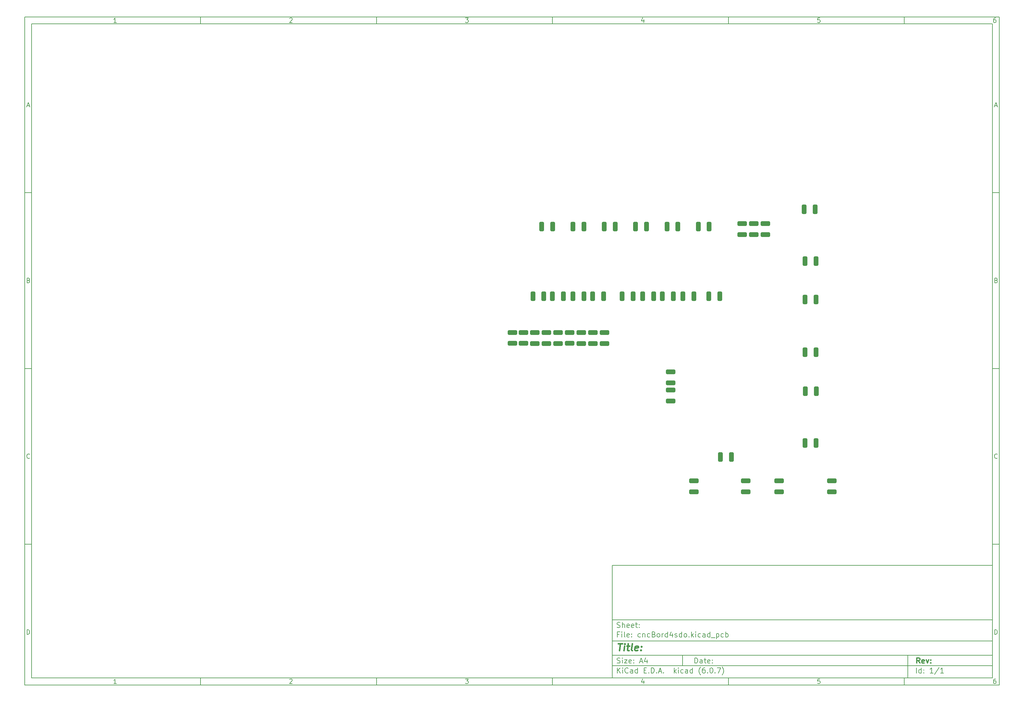
<source format=gtp>
G04 #@! TF.GenerationSoftware,KiCad,Pcbnew,(6.0.7)*
G04 #@! TF.CreationDate,2022-11-13T23:24:52+01:00*
G04 #@! TF.ProjectId,cncBord4sdo,636e6342-6f72-4643-9473-646f2e6b6963,rev?*
G04 #@! TF.SameCoordinates,Original*
G04 #@! TF.FileFunction,Paste,Top*
G04 #@! TF.FilePolarity,Positive*
%FSLAX46Y46*%
G04 Gerber Fmt 4.6, Leading zero omitted, Abs format (unit mm)*
G04 Created by KiCad (PCBNEW (6.0.7)) date 2022-11-13 23:24:52*
%MOMM*%
%LPD*%
G01*
G04 APERTURE LIST*
G04 Aperture macros list*
%AMRoundRect*
0 Rectangle with rounded corners*
0 $1 Rounding radius*
0 $2 $3 $4 $5 $6 $7 $8 $9 X,Y pos of 4 corners*
0 Add a 4 corners polygon primitive as box body*
4,1,4,$2,$3,$4,$5,$6,$7,$8,$9,$2,$3,0*
0 Add four circle primitives for the rounded corners*
1,1,$1+$1,$2,$3*
1,1,$1+$1,$4,$5*
1,1,$1+$1,$6,$7*
1,1,$1+$1,$8,$9*
0 Add four rect primitives between the rounded corners*
20,1,$1+$1,$2,$3,$4,$5,0*
20,1,$1+$1,$4,$5,$6,$7,0*
20,1,$1+$1,$6,$7,$8,$9,0*
20,1,$1+$1,$8,$9,$2,$3,0*%
G04 Aperture macros list end*
%ADD10C,0.100000*%
%ADD11C,0.150000*%
%ADD12C,0.300000*%
%ADD13C,0.400000*%
%ADD14RoundRect,0.250000X-1.075000X0.400000X-1.075000X-0.400000X1.075000X-0.400000X1.075000X0.400000X0*%
%ADD15RoundRect,0.250000X-0.400000X-1.075000X0.400000X-1.075000X0.400000X1.075000X-0.400000X1.075000X0*%
%ADD16RoundRect,0.250000X1.075000X-0.400000X1.075000X0.400000X-1.075000X0.400000X-1.075000X-0.400000X0*%
%ADD17RoundRect,0.250000X0.400000X1.075000X-0.400000X1.075000X-0.400000X-1.075000X0.400000X-1.075000X0*%
G04 APERTURE END LIST*
D10*
D11*
X177002200Y-166007200D02*
X177002200Y-198007200D01*
X285002200Y-198007200D01*
X285002200Y-166007200D01*
X177002200Y-166007200D01*
D10*
D11*
X10000000Y-10000000D02*
X10000000Y-200007200D01*
X287002200Y-200007200D01*
X287002200Y-10000000D01*
X10000000Y-10000000D01*
D10*
D11*
X12000000Y-12000000D02*
X12000000Y-198007200D01*
X285002200Y-198007200D01*
X285002200Y-12000000D01*
X12000000Y-12000000D01*
D10*
D11*
X60000000Y-12000000D02*
X60000000Y-10000000D01*
D10*
D11*
X110000000Y-12000000D02*
X110000000Y-10000000D01*
D10*
D11*
X160000000Y-12000000D02*
X160000000Y-10000000D01*
D10*
D11*
X210000000Y-12000000D02*
X210000000Y-10000000D01*
D10*
D11*
X260000000Y-12000000D02*
X260000000Y-10000000D01*
D10*
D11*
X36065476Y-11588095D02*
X35322619Y-11588095D01*
X35694047Y-11588095D02*
X35694047Y-10288095D01*
X35570238Y-10473809D01*
X35446428Y-10597619D01*
X35322619Y-10659523D01*
D10*
D11*
X85322619Y-10411904D02*
X85384523Y-10350000D01*
X85508333Y-10288095D01*
X85817857Y-10288095D01*
X85941666Y-10350000D01*
X86003571Y-10411904D01*
X86065476Y-10535714D01*
X86065476Y-10659523D01*
X86003571Y-10845238D01*
X85260714Y-11588095D01*
X86065476Y-11588095D01*
D10*
D11*
X135260714Y-10288095D02*
X136065476Y-10288095D01*
X135632142Y-10783333D01*
X135817857Y-10783333D01*
X135941666Y-10845238D01*
X136003571Y-10907142D01*
X136065476Y-11030952D01*
X136065476Y-11340476D01*
X136003571Y-11464285D01*
X135941666Y-11526190D01*
X135817857Y-11588095D01*
X135446428Y-11588095D01*
X135322619Y-11526190D01*
X135260714Y-11464285D01*
D10*
D11*
X185941666Y-10721428D02*
X185941666Y-11588095D01*
X185632142Y-10226190D02*
X185322619Y-11154761D01*
X186127380Y-11154761D01*
D10*
D11*
X236003571Y-10288095D02*
X235384523Y-10288095D01*
X235322619Y-10907142D01*
X235384523Y-10845238D01*
X235508333Y-10783333D01*
X235817857Y-10783333D01*
X235941666Y-10845238D01*
X236003571Y-10907142D01*
X236065476Y-11030952D01*
X236065476Y-11340476D01*
X236003571Y-11464285D01*
X235941666Y-11526190D01*
X235817857Y-11588095D01*
X235508333Y-11588095D01*
X235384523Y-11526190D01*
X235322619Y-11464285D01*
D10*
D11*
X285941666Y-10288095D02*
X285694047Y-10288095D01*
X285570238Y-10350000D01*
X285508333Y-10411904D01*
X285384523Y-10597619D01*
X285322619Y-10845238D01*
X285322619Y-11340476D01*
X285384523Y-11464285D01*
X285446428Y-11526190D01*
X285570238Y-11588095D01*
X285817857Y-11588095D01*
X285941666Y-11526190D01*
X286003571Y-11464285D01*
X286065476Y-11340476D01*
X286065476Y-11030952D01*
X286003571Y-10907142D01*
X285941666Y-10845238D01*
X285817857Y-10783333D01*
X285570238Y-10783333D01*
X285446428Y-10845238D01*
X285384523Y-10907142D01*
X285322619Y-11030952D01*
D10*
D11*
X60000000Y-198007200D02*
X60000000Y-200007200D01*
D10*
D11*
X110000000Y-198007200D02*
X110000000Y-200007200D01*
D10*
D11*
X160000000Y-198007200D02*
X160000000Y-200007200D01*
D10*
D11*
X210000000Y-198007200D02*
X210000000Y-200007200D01*
D10*
D11*
X260000000Y-198007200D02*
X260000000Y-200007200D01*
D10*
D11*
X36065476Y-199595295D02*
X35322619Y-199595295D01*
X35694047Y-199595295D02*
X35694047Y-198295295D01*
X35570238Y-198481009D01*
X35446428Y-198604819D01*
X35322619Y-198666723D01*
D10*
D11*
X85322619Y-198419104D02*
X85384523Y-198357200D01*
X85508333Y-198295295D01*
X85817857Y-198295295D01*
X85941666Y-198357200D01*
X86003571Y-198419104D01*
X86065476Y-198542914D01*
X86065476Y-198666723D01*
X86003571Y-198852438D01*
X85260714Y-199595295D01*
X86065476Y-199595295D01*
D10*
D11*
X135260714Y-198295295D02*
X136065476Y-198295295D01*
X135632142Y-198790533D01*
X135817857Y-198790533D01*
X135941666Y-198852438D01*
X136003571Y-198914342D01*
X136065476Y-199038152D01*
X136065476Y-199347676D01*
X136003571Y-199471485D01*
X135941666Y-199533390D01*
X135817857Y-199595295D01*
X135446428Y-199595295D01*
X135322619Y-199533390D01*
X135260714Y-199471485D01*
D10*
D11*
X185941666Y-198728628D02*
X185941666Y-199595295D01*
X185632142Y-198233390D02*
X185322619Y-199161961D01*
X186127380Y-199161961D01*
D10*
D11*
X236003571Y-198295295D02*
X235384523Y-198295295D01*
X235322619Y-198914342D01*
X235384523Y-198852438D01*
X235508333Y-198790533D01*
X235817857Y-198790533D01*
X235941666Y-198852438D01*
X236003571Y-198914342D01*
X236065476Y-199038152D01*
X236065476Y-199347676D01*
X236003571Y-199471485D01*
X235941666Y-199533390D01*
X235817857Y-199595295D01*
X235508333Y-199595295D01*
X235384523Y-199533390D01*
X235322619Y-199471485D01*
D10*
D11*
X285941666Y-198295295D02*
X285694047Y-198295295D01*
X285570238Y-198357200D01*
X285508333Y-198419104D01*
X285384523Y-198604819D01*
X285322619Y-198852438D01*
X285322619Y-199347676D01*
X285384523Y-199471485D01*
X285446428Y-199533390D01*
X285570238Y-199595295D01*
X285817857Y-199595295D01*
X285941666Y-199533390D01*
X286003571Y-199471485D01*
X286065476Y-199347676D01*
X286065476Y-199038152D01*
X286003571Y-198914342D01*
X285941666Y-198852438D01*
X285817857Y-198790533D01*
X285570238Y-198790533D01*
X285446428Y-198852438D01*
X285384523Y-198914342D01*
X285322619Y-199038152D01*
D10*
D11*
X10000000Y-60000000D02*
X12000000Y-60000000D01*
D10*
D11*
X10000000Y-110000000D02*
X12000000Y-110000000D01*
D10*
D11*
X10000000Y-160000000D02*
X12000000Y-160000000D01*
D10*
D11*
X10690476Y-35216666D02*
X11309523Y-35216666D01*
X10566666Y-35588095D02*
X11000000Y-34288095D01*
X11433333Y-35588095D01*
D10*
D11*
X11092857Y-84907142D02*
X11278571Y-84969047D01*
X11340476Y-85030952D01*
X11402380Y-85154761D01*
X11402380Y-85340476D01*
X11340476Y-85464285D01*
X11278571Y-85526190D01*
X11154761Y-85588095D01*
X10659523Y-85588095D01*
X10659523Y-84288095D01*
X11092857Y-84288095D01*
X11216666Y-84350000D01*
X11278571Y-84411904D01*
X11340476Y-84535714D01*
X11340476Y-84659523D01*
X11278571Y-84783333D01*
X11216666Y-84845238D01*
X11092857Y-84907142D01*
X10659523Y-84907142D01*
D10*
D11*
X11402380Y-135464285D02*
X11340476Y-135526190D01*
X11154761Y-135588095D01*
X11030952Y-135588095D01*
X10845238Y-135526190D01*
X10721428Y-135402380D01*
X10659523Y-135278571D01*
X10597619Y-135030952D01*
X10597619Y-134845238D01*
X10659523Y-134597619D01*
X10721428Y-134473809D01*
X10845238Y-134350000D01*
X11030952Y-134288095D01*
X11154761Y-134288095D01*
X11340476Y-134350000D01*
X11402380Y-134411904D01*
D10*
D11*
X10659523Y-185588095D02*
X10659523Y-184288095D01*
X10969047Y-184288095D01*
X11154761Y-184350000D01*
X11278571Y-184473809D01*
X11340476Y-184597619D01*
X11402380Y-184845238D01*
X11402380Y-185030952D01*
X11340476Y-185278571D01*
X11278571Y-185402380D01*
X11154761Y-185526190D01*
X10969047Y-185588095D01*
X10659523Y-185588095D01*
D10*
D11*
X287002200Y-60000000D02*
X285002200Y-60000000D01*
D10*
D11*
X287002200Y-110000000D02*
X285002200Y-110000000D01*
D10*
D11*
X287002200Y-160000000D02*
X285002200Y-160000000D01*
D10*
D11*
X285692676Y-35216666D02*
X286311723Y-35216666D01*
X285568866Y-35588095D02*
X286002200Y-34288095D01*
X286435533Y-35588095D01*
D10*
D11*
X286095057Y-84907142D02*
X286280771Y-84969047D01*
X286342676Y-85030952D01*
X286404580Y-85154761D01*
X286404580Y-85340476D01*
X286342676Y-85464285D01*
X286280771Y-85526190D01*
X286156961Y-85588095D01*
X285661723Y-85588095D01*
X285661723Y-84288095D01*
X286095057Y-84288095D01*
X286218866Y-84350000D01*
X286280771Y-84411904D01*
X286342676Y-84535714D01*
X286342676Y-84659523D01*
X286280771Y-84783333D01*
X286218866Y-84845238D01*
X286095057Y-84907142D01*
X285661723Y-84907142D01*
D10*
D11*
X286404580Y-135464285D02*
X286342676Y-135526190D01*
X286156961Y-135588095D01*
X286033152Y-135588095D01*
X285847438Y-135526190D01*
X285723628Y-135402380D01*
X285661723Y-135278571D01*
X285599819Y-135030952D01*
X285599819Y-134845238D01*
X285661723Y-134597619D01*
X285723628Y-134473809D01*
X285847438Y-134350000D01*
X286033152Y-134288095D01*
X286156961Y-134288095D01*
X286342676Y-134350000D01*
X286404580Y-134411904D01*
D10*
D11*
X285661723Y-185588095D02*
X285661723Y-184288095D01*
X285971247Y-184288095D01*
X286156961Y-184350000D01*
X286280771Y-184473809D01*
X286342676Y-184597619D01*
X286404580Y-184845238D01*
X286404580Y-185030952D01*
X286342676Y-185278571D01*
X286280771Y-185402380D01*
X286156961Y-185526190D01*
X285971247Y-185588095D01*
X285661723Y-185588095D01*
D10*
D11*
X200434342Y-193785771D02*
X200434342Y-192285771D01*
X200791485Y-192285771D01*
X201005771Y-192357200D01*
X201148628Y-192500057D01*
X201220057Y-192642914D01*
X201291485Y-192928628D01*
X201291485Y-193142914D01*
X201220057Y-193428628D01*
X201148628Y-193571485D01*
X201005771Y-193714342D01*
X200791485Y-193785771D01*
X200434342Y-193785771D01*
X202577200Y-193785771D02*
X202577200Y-193000057D01*
X202505771Y-192857200D01*
X202362914Y-192785771D01*
X202077200Y-192785771D01*
X201934342Y-192857200D01*
X202577200Y-193714342D02*
X202434342Y-193785771D01*
X202077200Y-193785771D01*
X201934342Y-193714342D01*
X201862914Y-193571485D01*
X201862914Y-193428628D01*
X201934342Y-193285771D01*
X202077200Y-193214342D01*
X202434342Y-193214342D01*
X202577200Y-193142914D01*
X203077200Y-192785771D02*
X203648628Y-192785771D01*
X203291485Y-192285771D02*
X203291485Y-193571485D01*
X203362914Y-193714342D01*
X203505771Y-193785771D01*
X203648628Y-193785771D01*
X204720057Y-193714342D02*
X204577200Y-193785771D01*
X204291485Y-193785771D01*
X204148628Y-193714342D01*
X204077200Y-193571485D01*
X204077200Y-193000057D01*
X204148628Y-192857200D01*
X204291485Y-192785771D01*
X204577200Y-192785771D01*
X204720057Y-192857200D01*
X204791485Y-193000057D01*
X204791485Y-193142914D01*
X204077200Y-193285771D01*
X205434342Y-193642914D02*
X205505771Y-193714342D01*
X205434342Y-193785771D01*
X205362914Y-193714342D01*
X205434342Y-193642914D01*
X205434342Y-193785771D01*
X205434342Y-192857200D02*
X205505771Y-192928628D01*
X205434342Y-193000057D01*
X205362914Y-192928628D01*
X205434342Y-192857200D01*
X205434342Y-193000057D01*
D10*
D11*
X177002200Y-194507200D02*
X285002200Y-194507200D01*
D10*
D11*
X178434342Y-196585771D02*
X178434342Y-195085771D01*
X179291485Y-196585771D02*
X178648628Y-195728628D01*
X179291485Y-195085771D02*
X178434342Y-195942914D01*
X179934342Y-196585771D02*
X179934342Y-195585771D01*
X179934342Y-195085771D02*
X179862914Y-195157200D01*
X179934342Y-195228628D01*
X180005771Y-195157200D01*
X179934342Y-195085771D01*
X179934342Y-195228628D01*
X181505771Y-196442914D02*
X181434342Y-196514342D01*
X181220057Y-196585771D01*
X181077200Y-196585771D01*
X180862914Y-196514342D01*
X180720057Y-196371485D01*
X180648628Y-196228628D01*
X180577200Y-195942914D01*
X180577200Y-195728628D01*
X180648628Y-195442914D01*
X180720057Y-195300057D01*
X180862914Y-195157200D01*
X181077200Y-195085771D01*
X181220057Y-195085771D01*
X181434342Y-195157200D01*
X181505771Y-195228628D01*
X182791485Y-196585771D02*
X182791485Y-195800057D01*
X182720057Y-195657200D01*
X182577200Y-195585771D01*
X182291485Y-195585771D01*
X182148628Y-195657200D01*
X182791485Y-196514342D02*
X182648628Y-196585771D01*
X182291485Y-196585771D01*
X182148628Y-196514342D01*
X182077200Y-196371485D01*
X182077200Y-196228628D01*
X182148628Y-196085771D01*
X182291485Y-196014342D01*
X182648628Y-196014342D01*
X182791485Y-195942914D01*
X184148628Y-196585771D02*
X184148628Y-195085771D01*
X184148628Y-196514342D02*
X184005771Y-196585771D01*
X183720057Y-196585771D01*
X183577200Y-196514342D01*
X183505771Y-196442914D01*
X183434342Y-196300057D01*
X183434342Y-195871485D01*
X183505771Y-195728628D01*
X183577200Y-195657200D01*
X183720057Y-195585771D01*
X184005771Y-195585771D01*
X184148628Y-195657200D01*
X186005771Y-195800057D02*
X186505771Y-195800057D01*
X186720057Y-196585771D02*
X186005771Y-196585771D01*
X186005771Y-195085771D01*
X186720057Y-195085771D01*
X187362914Y-196442914D02*
X187434342Y-196514342D01*
X187362914Y-196585771D01*
X187291485Y-196514342D01*
X187362914Y-196442914D01*
X187362914Y-196585771D01*
X188077200Y-196585771D02*
X188077200Y-195085771D01*
X188434342Y-195085771D01*
X188648628Y-195157200D01*
X188791485Y-195300057D01*
X188862914Y-195442914D01*
X188934342Y-195728628D01*
X188934342Y-195942914D01*
X188862914Y-196228628D01*
X188791485Y-196371485D01*
X188648628Y-196514342D01*
X188434342Y-196585771D01*
X188077200Y-196585771D01*
X189577200Y-196442914D02*
X189648628Y-196514342D01*
X189577200Y-196585771D01*
X189505771Y-196514342D01*
X189577200Y-196442914D01*
X189577200Y-196585771D01*
X190220057Y-196157200D02*
X190934342Y-196157200D01*
X190077200Y-196585771D02*
X190577200Y-195085771D01*
X191077200Y-196585771D01*
X191577200Y-196442914D02*
X191648628Y-196514342D01*
X191577200Y-196585771D01*
X191505771Y-196514342D01*
X191577200Y-196442914D01*
X191577200Y-196585771D01*
X194577200Y-196585771D02*
X194577200Y-195085771D01*
X194720057Y-196014342D02*
X195148628Y-196585771D01*
X195148628Y-195585771D02*
X194577200Y-196157200D01*
X195791485Y-196585771D02*
X195791485Y-195585771D01*
X195791485Y-195085771D02*
X195720057Y-195157200D01*
X195791485Y-195228628D01*
X195862914Y-195157200D01*
X195791485Y-195085771D01*
X195791485Y-195228628D01*
X197148628Y-196514342D02*
X197005771Y-196585771D01*
X196720057Y-196585771D01*
X196577200Y-196514342D01*
X196505771Y-196442914D01*
X196434342Y-196300057D01*
X196434342Y-195871485D01*
X196505771Y-195728628D01*
X196577200Y-195657200D01*
X196720057Y-195585771D01*
X197005771Y-195585771D01*
X197148628Y-195657200D01*
X198434342Y-196585771D02*
X198434342Y-195800057D01*
X198362914Y-195657200D01*
X198220057Y-195585771D01*
X197934342Y-195585771D01*
X197791485Y-195657200D01*
X198434342Y-196514342D02*
X198291485Y-196585771D01*
X197934342Y-196585771D01*
X197791485Y-196514342D01*
X197720057Y-196371485D01*
X197720057Y-196228628D01*
X197791485Y-196085771D01*
X197934342Y-196014342D01*
X198291485Y-196014342D01*
X198434342Y-195942914D01*
X199791485Y-196585771D02*
X199791485Y-195085771D01*
X199791485Y-196514342D02*
X199648628Y-196585771D01*
X199362914Y-196585771D01*
X199220057Y-196514342D01*
X199148628Y-196442914D01*
X199077200Y-196300057D01*
X199077200Y-195871485D01*
X199148628Y-195728628D01*
X199220057Y-195657200D01*
X199362914Y-195585771D01*
X199648628Y-195585771D01*
X199791485Y-195657200D01*
X202077200Y-197157200D02*
X202005771Y-197085771D01*
X201862914Y-196871485D01*
X201791485Y-196728628D01*
X201720057Y-196514342D01*
X201648628Y-196157200D01*
X201648628Y-195871485D01*
X201720057Y-195514342D01*
X201791485Y-195300057D01*
X201862914Y-195157200D01*
X202005771Y-194942914D01*
X202077200Y-194871485D01*
X203291485Y-195085771D02*
X203005771Y-195085771D01*
X202862914Y-195157200D01*
X202791485Y-195228628D01*
X202648628Y-195442914D01*
X202577200Y-195728628D01*
X202577200Y-196300057D01*
X202648628Y-196442914D01*
X202720057Y-196514342D01*
X202862914Y-196585771D01*
X203148628Y-196585771D01*
X203291485Y-196514342D01*
X203362914Y-196442914D01*
X203434342Y-196300057D01*
X203434342Y-195942914D01*
X203362914Y-195800057D01*
X203291485Y-195728628D01*
X203148628Y-195657200D01*
X202862914Y-195657200D01*
X202720057Y-195728628D01*
X202648628Y-195800057D01*
X202577200Y-195942914D01*
X204077200Y-196442914D02*
X204148628Y-196514342D01*
X204077200Y-196585771D01*
X204005771Y-196514342D01*
X204077200Y-196442914D01*
X204077200Y-196585771D01*
X205077200Y-195085771D02*
X205220057Y-195085771D01*
X205362914Y-195157200D01*
X205434342Y-195228628D01*
X205505771Y-195371485D01*
X205577200Y-195657200D01*
X205577200Y-196014342D01*
X205505771Y-196300057D01*
X205434342Y-196442914D01*
X205362914Y-196514342D01*
X205220057Y-196585771D01*
X205077200Y-196585771D01*
X204934342Y-196514342D01*
X204862914Y-196442914D01*
X204791485Y-196300057D01*
X204720057Y-196014342D01*
X204720057Y-195657200D01*
X204791485Y-195371485D01*
X204862914Y-195228628D01*
X204934342Y-195157200D01*
X205077200Y-195085771D01*
X206220057Y-196442914D02*
X206291485Y-196514342D01*
X206220057Y-196585771D01*
X206148628Y-196514342D01*
X206220057Y-196442914D01*
X206220057Y-196585771D01*
X206791485Y-195085771D02*
X207791485Y-195085771D01*
X207148628Y-196585771D01*
X208220057Y-197157200D02*
X208291485Y-197085771D01*
X208434342Y-196871485D01*
X208505771Y-196728628D01*
X208577200Y-196514342D01*
X208648628Y-196157200D01*
X208648628Y-195871485D01*
X208577200Y-195514342D01*
X208505771Y-195300057D01*
X208434342Y-195157200D01*
X208291485Y-194942914D01*
X208220057Y-194871485D01*
D10*
D11*
X177002200Y-191507200D02*
X285002200Y-191507200D01*
D10*
D12*
X264411485Y-193785771D02*
X263911485Y-193071485D01*
X263554342Y-193785771D02*
X263554342Y-192285771D01*
X264125771Y-192285771D01*
X264268628Y-192357200D01*
X264340057Y-192428628D01*
X264411485Y-192571485D01*
X264411485Y-192785771D01*
X264340057Y-192928628D01*
X264268628Y-193000057D01*
X264125771Y-193071485D01*
X263554342Y-193071485D01*
X265625771Y-193714342D02*
X265482914Y-193785771D01*
X265197200Y-193785771D01*
X265054342Y-193714342D01*
X264982914Y-193571485D01*
X264982914Y-193000057D01*
X265054342Y-192857200D01*
X265197200Y-192785771D01*
X265482914Y-192785771D01*
X265625771Y-192857200D01*
X265697200Y-193000057D01*
X265697200Y-193142914D01*
X264982914Y-193285771D01*
X266197200Y-192785771D02*
X266554342Y-193785771D01*
X266911485Y-192785771D01*
X267482914Y-193642914D02*
X267554342Y-193714342D01*
X267482914Y-193785771D01*
X267411485Y-193714342D01*
X267482914Y-193642914D01*
X267482914Y-193785771D01*
X267482914Y-192857200D02*
X267554342Y-192928628D01*
X267482914Y-193000057D01*
X267411485Y-192928628D01*
X267482914Y-192857200D01*
X267482914Y-193000057D01*
D10*
D11*
X178362914Y-193714342D02*
X178577200Y-193785771D01*
X178934342Y-193785771D01*
X179077200Y-193714342D01*
X179148628Y-193642914D01*
X179220057Y-193500057D01*
X179220057Y-193357200D01*
X179148628Y-193214342D01*
X179077200Y-193142914D01*
X178934342Y-193071485D01*
X178648628Y-193000057D01*
X178505771Y-192928628D01*
X178434342Y-192857200D01*
X178362914Y-192714342D01*
X178362914Y-192571485D01*
X178434342Y-192428628D01*
X178505771Y-192357200D01*
X178648628Y-192285771D01*
X179005771Y-192285771D01*
X179220057Y-192357200D01*
X179862914Y-193785771D02*
X179862914Y-192785771D01*
X179862914Y-192285771D02*
X179791485Y-192357200D01*
X179862914Y-192428628D01*
X179934342Y-192357200D01*
X179862914Y-192285771D01*
X179862914Y-192428628D01*
X180434342Y-192785771D02*
X181220057Y-192785771D01*
X180434342Y-193785771D01*
X181220057Y-193785771D01*
X182362914Y-193714342D02*
X182220057Y-193785771D01*
X181934342Y-193785771D01*
X181791485Y-193714342D01*
X181720057Y-193571485D01*
X181720057Y-193000057D01*
X181791485Y-192857200D01*
X181934342Y-192785771D01*
X182220057Y-192785771D01*
X182362914Y-192857200D01*
X182434342Y-193000057D01*
X182434342Y-193142914D01*
X181720057Y-193285771D01*
X183077200Y-193642914D02*
X183148628Y-193714342D01*
X183077200Y-193785771D01*
X183005771Y-193714342D01*
X183077200Y-193642914D01*
X183077200Y-193785771D01*
X183077200Y-192857200D02*
X183148628Y-192928628D01*
X183077200Y-193000057D01*
X183005771Y-192928628D01*
X183077200Y-192857200D01*
X183077200Y-193000057D01*
X184862914Y-193357200D02*
X185577200Y-193357200D01*
X184720057Y-193785771D02*
X185220057Y-192285771D01*
X185720057Y-193785771D01*
X186862914Y-192785771D02*
X186862914Y-193785771D01*
X186505771Y-192214342D02*
X186148628Y-193285771D01*
X187077200Y-193285771D01*
D10*
D11*
X263434342Y-196585771D02*
X263434342Y-195085771D01*
X264791485Y-196585771D02*
X264791485Y-195085771D01*
X264791485Y-196514342D02*
X264648628Y-196585771D01*
X264362914Y-196585771D01*
X264220057Y-196514342D01*
X264148628Y-196442914D01*
X264077200Y-196300057D01*
X264077200Y-195871485D01*
X264148628Y-195728628D01*
X264220057Y-195657200D01*
X264362914Y-195585771D01*
X264648628Y-195585771D01*
X264791485Y-195657200D01*
X265505771Y-196442914D02*
X265577200Y-196514342D01*
X265505771Y-196585771D01*
X265434342Y-196514342D01*
X265505771Y-196442914D01*
X265505771Y-196585771D01*
X265505771Y-195657200D02*
X265577200Y-195728628D01*
X265505771Y-195800057D01*
X265434342Y-195728628D01*
X265505771Y-195657200D01*
X265505771Y-195800057D01*
X268148628Y-196585771D02*
X267291485Y-196585771D01*
X267720057Y-196585771D02*
X267720057Y-195085771D01*
X267577200Y-195300057D01*
X267434342Y-195442914D01*
X267291485Y-195514342D01*
X269862914Y-195014342D02*
X268577200Y-196942914D01*
X271148628Y-196585771D02*
X270291485Y-196585771D01*
X270720057Y-196585771D02*
X270720057Y-195085771D01*
X270577200Y-195300057D01*
X270434342Y-195442914D01*
X270291485Y-195514342D01*
D10*
D11*
X177002200Y-187507200D02*
X285002200Y-187507200D01*
D10*
D13*
X178714580Y-188211961D02*
X179857438Y-188211961D01*
X179036009Y-190211961D02*
X179286009Y-188211961D01*
X180274104Y-190211961D02*
X180440771Y-188878628D01*
X180524104Y-188211961D02*
X180416961Y-188307200D01*
X180500295Y-188402438D01*
X180607438Y-188307200D01*
X180524104Y-188211961D01*
X180500295Y-188402438D01*
X181107438Y-188878628D02*
X181869342Y-188878628D01*
X181476485Y-188211961D02*
X181262200Y-189926247D01*
X181333628Y-190116723D01*
X181512200Y-190211961D01*
X181702676Y-190211961D01*
X182655057Y-190211961D02*
X182476485Y-190116723D01*
X182405057Y-189926247D01*
X182619342Y-188211961D01*
X184190771Y-190116723D02*
X183988390Y-190211961D01*
X183607438Y-190211961D01*
X183428866Y-190116723D01*
X183357438Y-189926247D01*
X183452676Y-189164342D01*
X183571723Y-188973866D01*
X183774104Y-188878628D01*
X184155057Y-188878628D01*
X184333628Y-188973866D01*
X184405057Y-189164342D01*
X184381247Y-189354819D01*
X183405057Y-189545295D01*
X185155057Y-190021485D02*
X185238390Y-190116723D01*
X185131247Y-190211961D01*
X185047914Y-190116723D01*
X185155057Y-190021485D01*
X185131247Y-190211961D01*
X185286009Y-188973866D02*
X185369342Y-189069104D01*
X185262200Y-189164342D01*
X185178866Y-189069104D01*
X185286009Y-188973866D01*
X185262200Y-189164342D01*
D10*
D11*
X178934342Y-185600057D02*
X178434342Y-185600057D01*
X178434342Y-186385771D02*
X178434342Y-184885771D01*
X179148628Y-184885771D01*
X179720057Y-186385771D02*
X179720057Y-185385771D01*
X179720057Y-184885771D02*
X179648628Y-184957200D01*
X179720057Y-185028628D01*
X179791485Y-184957200D01*
X179720057Y-184885771D01*
X179720057Y-185028628D01*
X180648628Y-186385771D02*
X180505771Y-186314342D01*
X180434342Y-186171485D01*
X180434342Y-184885771D01*
X181791485Y-186314342D02*
X181648628Y-186385771D01*
X181362914Y-186385771D01*
X181220057Y-186314342D01*
X181148628Y-186171485D01*
X181148628Y-185600057D01*
X181220057Y-185457200D01*
X181362914Y-185385771D01*
X181648628Y-185385771D01*
X181791485Y-185457200D01*
X181862914Y-185600057D01*
X181862914Y-185742914D01*
X181148628Y-185885771D01*
X182505771Y-186242914D02*
X182577200Y-186314342D01*
X182505771Y-186385771D01*
X182434342Y-186314342D01*
X182505771Y-186242914D01*
X182505771Y-186385771D01*
X182505771Y-185457200D02*
X182577200Y-185528628D01*
X182505771Y-185600057D01*
X182434342Y-185528628D01*
X182505771Y-185457200D01*
X182505771Y-185600057D01*
X185005771Y-186314342D02*
X184862914Y-186385771D01*
X184577200Y-186385771D01*
X184434342Y-186314342D01*
X184362914Y-186242914D01*
X184291485Y-186100057D01*
X184291485Y-185671485D01*
X184362914Y-185528628D01*
X184434342Y-185457200D01*
X184577200Y-185385771D01*
X184862914Y-185385771D01*
X185005771Y-185457200D01*
X185648628Y-185385771D02*
X185648628Y-186385771D01*
X185648628Y-185528628D02*
X185720057Y-185457200D01*
X185862914Y-185385771D01*
X186077200Y-185385771D01*
X186220057Y-185457200D01*
X186291485Y-185600057D01*
X186291485Y-186385771D01*
X187648628Y-186314342D02*
X187505771Y-186385771D01*
X187220057Y-186385771D01*
X187077200Y-186314342D01*
X187005771Y-186242914D01*
X186934342Y-186100057D01*
X186934342Y-185671485D01*
X187005771Y-185528628D01*
X187077200Y-185457200D01*
X187220057Y-185385771D01*
X187505771Y-185385771D01*
X187648628Y-185457200D01*
X188791485Y-185600057D02*
X189005771Y-185671485D01*
X189077200Y-185742914D01*
X189148628Y-185885771D01*
X189148628Y-186100057D01*
X189077200Y-186242914D01*
X189005771Y-186314342D01*
X188862914Y-186385771D01*
X188291485Y-186385771D01*
X188291485Y-184885771D01*
X188791485Y-184885771D01*
X188934342Y-184957200D01*
X189005771Y-185028628D01*
X189077200Y-185171485D01*
X189077200Y-185314342D01*
X189005771Y-185457200D01*
X188934342Y-185528628D01*
X188791485Y-185600057D01*
X188291485Y-185600057D01*
X190005771Y-186385771D02*
X189862914Y-186314342D01*
X189791485Y-186242914D01*
X189720057Y-186100057D01*
X189720057Y-185671485D01*
X189791485Y-185528628D01*
X189862914Y-185457200D01*
X190005771Y-185385771D01*
X190220057Y-185385771D01*
X190362914Y-185457200D01*
X190434342Y-185528628D01*
X190505771Y-185671485D01*
X190505771Y-186100057D01*
X190434342Y-186242914D01*
X190362914Y-186314342D01*
X190220057Y-186385771D01*
X190005771Y-186385771D01*
X191148628Y-186385771D02*
X191148628Y-185385771D01*
X191148628Y-185671485D02*
X191220057Y-185528628D01*
X191291485Y-185457200D01*
X191434342Y-185385771D01*
X191577200Y-185385771D01*
X192720057Y-186385771D02*
X192720057Y-184885771D01*
X192720057Y-186314342D02*
X192577200Y-186385771D01*
X192291485Y-186385771D01*
X192148628Y-186314342D01*
X192077200Y-186242914D01*
X192005771Y-186100057D01*
X192005771Y-185671485D01*
X192077200Y-185528628D01*
X192148628Y-185457200D01*
X192291485Y-185385771D01*
X192577200Y-185385771D01*
X192720057Y-185457200D01*
X194077200Y-185385771D02*
X194077200Y-186385771D01*
X193720057Y-184814342D02*
X193362914Y-185885771D01*
X194291485Y-185885771D01*
X194791485Y-186314342D02*
X194934342Y-186385771D01*
X195220057Y-186385771D01*
X195362914Y-186314342D01*
X195434342Y-186171485D01*
X195434342Y-186100057D01*
X195362914Y-185957200D01*
X195220057Y-185885771D01*
X195005771Y-185885771D01*
X194862914Y-185814342D01*
X194791485Y-185671485D01*
X194791485Y-185600057D01*
X194862914Y-185457200D01*
X195005771Y-185385771D01*
X195220057Y-185385771D01*
X195362914Y-185457200D01*
X196720057Y-186385771D02*
X196720057Y-184885771D01*
X196720057Y-186314342D02*
X196577200Y-186385771D01*
X196291485Y-186385771D01*
X196148628Y-186314342D01*
X196077200Y-186242914D01*
X196005771Y-186100057D01*
X196005771Y-185671485D01*
X196077200Y-185528628D01*
X196148628Y-185457200D01*
X196291485Y-185385771D01*
X196577200Y-185385771D01*
X196720057Y-185457200D01*
X197648628Y-186385771D02*
X197505771Y-186314342D01*
X197434342Y-186242914D01*
X197362914Y-186100057D01*
X197362914Y-185671485D01*
X197434342Y-185528628D01*
X197505771Y-185457200D01*
X197648628Y-185385771D01*
X197862914Y-185385771D01*
X198005771Y-185457200D01*
X198077200Y-185528628D01*
X198148628Y-185671485D01*
X198148628Y-186100057D01*
X198077200Y-186242914D01*
X198005771Y-186314342D01*
X197862914Y-186385771D01*
X197648628Y-186385771D01*
X198791485Y-186242914D02*
X198862914Y-186314342D01*
X198791485Y-186385771D01*
X198720057Y-186314342D01*
X198791485Y-186242914D01*
X198791485Y-186385771D01*
X199505771Y-186385771D02*
X199505771Y-184885771D01*
X199648628Y-185814342D02*
X200077200Y-186385771D01*
X200077200Y-185385771D02*
X199505771Y-185957200D01*
X200720057Y-186385771D02*
X200720057Y-185385771D01*
X200720057Y-184885771D02*
X200648628Y-184957200D01*
X200720057Y-185028628D01*
X200791485Y-184957200D01*
X200720057Y-184885771D01*
X200720057Y-185028628D01*
X202077200Y-186314342D02*
X201934342Y-186385771D01*
X201648628Y-186385771D01*
X201505771Y-186314342D01*
X201434342Y-186242914D01*
X201362914Y-186100057D01*
X201362914Y-185671485D01*
X201434342Y-185528628D01*
X201505771Y-185457200D01*
X201648628Y-185385771D01*
X201934342Y-185385771D01*
X202077200Y-185457200D01*
X203362914Y-186385771D02*
X203362914Y-185600057D01*
X203291485Y-185457200D01*
X203148628Y-185385771D01*
X202862914Y-185385771D01*
X202720057Y-185457200D01*
X203362914Y-186314342D02*
X203220057Y-186385771D01*
X202862914Y-186385771D01*
X202720057Y-186314342D01*
X202648628Y-186171485D01*
X202648628Y-186028628D01*
X202720057Y-185885771D01*
X202862914Y-185814342D01*
X203220057Y-185814342D01*
X203362914Y-185742914D01*
X204720057Y-186385771D02*
X204720057Y-184885771D01*
X204720057Y-186314342D02*
X204577200Y-186385771D01*
X204291485Y-186385771D01*
X204148628Y-186314342D01*
X204077200Y-186242914D01*
X204005771Y-186100057D01*
X204005771Y-185671485D01*
X204077200Y-185528628D01*
X204148628Y-185457200D01*
X204291485Y-185385771D01*
X204577200Y-185385771D01*
X204720057Y-185457200D01*
X205077200Y-186528628D02*
X206220057Y-186528628D01*
X206577200Y-185385771D02*
X206577200Y-186885771D01*
X206577200Y-185457200D02*
X206720057Y-185385771D01*
X207005771Y-185385771D01*
X207148628Y-185457200D01*
X207220057Y-185528628D01*
X207291485Y-185671485D01*
X207291485Y-186100057D01*
X207220057Y-186242914D01*
X207148628Y-186314342D01*
X207005771Y-186385771D01*
X206720057Y-186385771D01*
X206577200Y-186314342D01*
X208577200Y-186314342D02*
X208434342Y-186385771D01*
X208148628Y-186385771D01*
X208005771Y-186314342D01*
X207934342Y-186242914D01*
X207862914Y-186100057D01*
X207862914Y-185671485D01*
X207934342Y-185528628D01*
X208005771Y-185457200D01*
X208148628Y-185385771D01*
X208434342Y-185385771D01*
X208577200Y-185457200D01*
X209220057Y-186385771D02*
X209220057Y-184885771D01*
X209220057Y-185457200D02*
X209362914Y-185385771D01*
X209648628Y-185385771D01*
X209791485Y-185457200D01*
X209862914Y-185528628D01*
X209934342Y-185671485D01*
X209934342Y-186100057D01*
X209862914Y-186242914D01*
X209791485Y-186314342D01*
X209648628Y-186385771D01*
X209362914Y-186385771D01*
X209220057Y-186314342D01*
D10*
D11*
X177002200Y-181507200D02*
X285002200Y-181507200D01*
D10*
D11*
X178362914Y-183614342D02*
X178577200Y-183685771D01*
X178934342Y-183685771D01*
X179077200Y-183614342D01*
X179148628Y-183542914D01*
X179220057Y-183400057D01*
X179220057Y-183257200D01*
X179148628Y-183114342D01*
X179077200Y-183042914D01*
X178934342Y-182971485D01*
X178648628Y-182900057D01*
X178505771Y-182828628D01*
X178434342Y-182757200D01*
X178362914Y-182614342D01*
X178362914Y-182471485D01*
X178434342Y-182328628D01*
X178505771Y-182257200D01*
X178648628Y-182185771D01*
X179005771Y-182185771D01*
X179220057Y-182257200D01*
X179862914Y-183685771D02*
X179862914Y-182185771D01*
X180505771Y-183685771D02*
X180505771Y-182900057D01*
X180434342Y-182757200D01*
X180291485Y-182685771D01*
X180077200Y-182685771D01*
X179934342Y-182757200D01*
X179862914Y-182828628D01*
X181791485Y-183614342D02*
X181648628Y-183685771D01*
X181362914Y-183685771D01*
X181220057Y-183614342D01*
X181148628Y-183471485D01*
X181148628Y-182900057D01*
X181220057Y-182757200D01*
X181362914Y-182685771D01*
X181648628Y-182685771D01*
X181791485Y-182757200D01*
X181862914Y-182900057D01*
X181862914Y-183042914D01*
X181148628Y-183185771D01*
X183077200Y-183614342D02*
X182934342Y-183685771D01*
X182648628Y-183685771D01*
X182505771Y-183614342D01*
X182434342Y-183471485D01*
X182434342Y-182900057D01*
X182505771Y-182757200D01*
X182648628Y-182685771D01*
X182934342Y-182685771D01*
X183077200Y-182757200D01*
X183148628Y-182900057D01*
X183148628Y-183042914D01*
X182434342Y-183185771D01*
X183577200Y-182685771D02*
X184148628Y-182685771D01*
X183791485Y-182185771D02*
X183791485Y-183471485D01*
X183862914Y-183614342D01*
X184005771Y-183685771D01*
X184148628Y-183685771D01*
X184648628Y-183542914D02*
X184720057Y-183614342D01*
X184648628Y-183685771D01*
X184577200Y-183614342D01*
X184648628Y-183542914D01*
X184648628Y-183685771D01*
X184648628Y-182757200D02*
X184720057Y-182828628D01*
X184648628Y-182900057D01*
X184577200Y-182828628D01*
X184648628Y-182757200D01*
X184648628Y-182900057D01*
D10*
D12*
D10*
D11*
D10*
D11*
D10*
D11*
D10*
D11*
D10*
D11*
X197002200Y-191507200D02*
X197002200Y-194507200D01*
D10*
D11*
X261002200Y-191507200D02*
X261002200Y-198007200D01*
D14*
X239368000Y-141960000D03*
X239368000Y-145060000D03*
X224382000Y-141960000D03*
X224382000Y-145060000D03*
D15*
X231804000Y-90344000D03*
X234904000Y-90344000D03*
X231804000Y-105330000D03*
X234904000Y-105330000D03*
X231550000Y-64750000D03*
X234650000Y-64750000D03*
X231804000Y-79482000D03*
X234904000Y-79482000D03*
D16*
X193548000Y-119204000D03*
X193548000Y-116104000D03*
X193548000Y-114072000D03*
X193548000Y-110972000D03*
D15*
X231856000Y-116486000D03*
X234956000Y-116486000D03*
X231804000Y-131218000D03*
X234904000Y-131218000D03*
D16*
X220472000Y-71882000D03*
X220472000Y-68782000D03*
D14*
X174752000Y-99796000D03*
X174752000Y-102896000D03*
D15*
X165810000Y-69596000D03*
X168910000Y-69596000D03*
D14*
X164846000Y-99744000D03*
X164846000Y-102844000D03*
D17*
X182880000Y-89398000D03*
X179780000Y-89398000D03*
D15*
X207720000Y-135128000D03*
X210820000Y-135128000D03*
D14*
X154940000Y-99796000D03*
X154940000Y-102896000D03*
D17*
X207518000Y-89398000D03*
X204418000Y-89398000D03*
D15*
X156920000Y-69596000D03*
X160020000Y-69596000D03*
X154432000Y-89398000D03*
X157532000Y-89398000D03*
D17*
X168910000Y-89398000D03*
X165810000Y-89398000D03*
D14*
X214884000Y-141934000D03*
X214884000Y-145034000D03*
X168148000Y-99796000D03*
X168148000Y-102896000D03*
X151765000Y-99744000D03*
X151765000Y-102844000D03*
D17*
X163068000Y-89398000D03*
X159968000Y-89398000D03*
X194310000Y-89398000D03*
X191210000Y-89398000D03*
D16*
X217170000Y-71882000D03*
X217170000Y-68782000D03*
D14*
X161544000Y-99796000D03*
X161544000Y-102896000D03*
D17*
X174498000Y-89398000D03*
X171398000Y-89398000D03*
X188722000Y-89398000D03*
X185622000Y-89398000D03*
X195632000Y-69596000D03*
X192532000Y-69596000D03*
D14*
X171450000Y-99796000D03*
X171450000Y-102896000D03*
D17*
X200152000Y-89398000D03*
X197052000Y-89398000D03*
D16*
X213868000Y-71882000D03*
X213868000Y-68782000D03*
D17*
X204522000Y-69596000D03*
X201422000Y-69596000D03*
D14*
X200152000Y-141934000D03*
X200152000Y-145034000D03*
D15*
X174700000Y-69596000D03*
X177800000Y-69596000D03*
D14*
X158242000Y-99796000D03*
X158242000Y-102896000D03*
X148590000Y-99744000D03*
X148590000Y-102844000D03*
D15*
X183590000Y-69596000D03*
X186690000Y-69596000D03*
M02*

</source>
